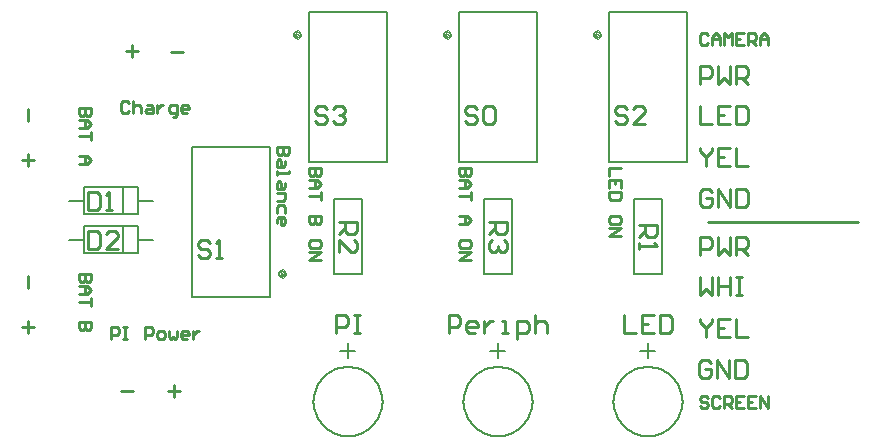
<source format=gto>
G04*
G04 #@! TF.GenerationSoftware,Altium Limited,Altium Designer,21.2.2 (38)*
G04*
G04 Layer_Color=65535*
%FSLAX24Y24*%
%MOIN*%
G70*
G04*
G04 #@! TF.SameCoordinates,143DD886-8BEB-4202-99AC-BBB6EA89E434*
G04*
G04*
G04 #@! TF.FilePolarity,Positive*
G04*
G01*
G75*
%ADD10C,0.0020*%
%ADD11C,0.0079*%
%ADD12C,0.0100*%
D10*
X10381Y5768D02*
X10337Y5844D01*
X10249D01*
X10205Y5768D01*
X10249Y5691D01*
X10337D01*
X10381Y5768D01*
X10337Y5844D01*
X10249D01*
X10205Y5768D01*
X10249Y5691D01*
X10337D01*
X10381Y5768D01*
X10349D02*
X10265Y5816D01*
Y5720D01*
X10349Y5768D01*
X10381D02*
X10337Y5844D01*
X10249D01*
X10205Y5768D01*
X10249Y5691D01*
X10337D01*
X10381Y5768D01*
X10404D02*
X10362Y5855D01*
X10268Y5876D01*
X10193Y5816D01*
Y5719D01*
X10268Y5659D01*
X10362Y5681D01*
X10404Y5768D01*
X10435D02*
X10402Y5859D01*
X10318Y5908D01*
X10222Y5891D01*
X10160Y5816D01*
Y5719D01*
X10222Y5645D01*
X10318Y5628D01*
X10402Y5676D01*
X10435Y5768D01*
X20895Y13732D02*
X20851Y13809D01*
X20763D01*
X20719Y13732D01*
X20763Y13656D01*
X20851D01*
X20895Y13732D01*
X20851Y13809D01*
X20763D01*
X20719Y13732D01*
X20763Y13656D01*
X20851D01*
X20895Y13732D01*
X20863D02*
X20779Y13780D01*
Y13684D01*
X20863Y13732D01*
X20895D02*
X20851Y13809D01*
X20763D01*
X20719Y13732D01*
X20763Y13656D01*
X20851D01*
X20895Y13732D01*
X20918D02*
X20877Y13819D01*
X20782Y13841D01*
X20707Y13781D01*
Y13684D01*
X20782Y13624D01*
X20877Y13645D01*
X20918Y13732D01*
X20949D02*
X20916Y13824D01*
X20832Y13872D01*
X20736Y13855D01*
X20674Y13781D01*
Y13684D01*
X20736Y13609D01*
X20832Y13592D01*
X20916Y13641D01*
X20949Y13732D01*
X10895D02*
X10851Y13809D01*
X10763D01*
X10719Y13732D01*
X10763Y13656D01*
X10851D01*
X10895Y13732D01*
X10851Y13809D01*
X10763D01*
X10719Y13732D01*
X10763Y13656D01*
X10851D01*
X10895Y13732D01*
X10863D02*
X10779Y13780D01*
Y13684D01*
X10863Y13732D01*
X10895D02*
X10851Y13809D01*
X10763D01*
X10719Y13732D01*
X10763Y13656D01*
X10851D01*
X10895Y13732D01*
X10918D02*
X10877Y13819D01*
X10782Y13841D01*
X10707Y13781D01*
Y13684D01*
X10782Y13624D01*
X10877Y13645D01*
X10918Y13732D01*
X10949D02*
X10916Y13824D01*
X10832Y13872D01*
X10736Y13855D01*
X10674Y13781D01*
Y13684D01*
X10736Y13609D01*
X10832Y13592D01*
X10916Y13641D01*
X10949Y13732D01*
X15895D02*
X15851Y13809D01*
X15763D01*
X15719Y13732D01*
X15763Y13656D01*
X15851D01*
X15895Y13732D01*
X15851Y13809D01*
X15763D01*
X15719Y13732D01*
X15763Y13656D01*
X15851D01*
X15895Y13732D01*
X15863D02*
X15779Y13780D01*
Y13684D01*
X15863Y13732D01*
X15895D02*
X15851Y13809D01*
X15763D01*
X15719Y13732D01*
X15763Y13656D01*
X15851D01*
X15895Y13732D01*
X15918D02*
X15877Y13819D01*
X15782Y13841D01*
X15707Y13781D01*
Y13684D01*
X15782Y13624D01*
X15877Y13645D01*
X15918Y13732D01*
X15949D02*
X15916Y13824D01*
X15832Y13872D01*
X15736Y13855D01*
X15674Y13781D01*
Y13684D01*
X15736Y13609D01*
X15832Y13592D01*
X15916Y13641D01*
X15949Y13732D01*
D11*
X23651Y1500D02*
X23646Y1600D01*
X23633Y1700D01*
X23611Y1798D01*
X23581Y1894D01*
X23543Y1986D01*
X23496Y2075D01*
X23443Y2160D01*
X23381Y2240D01*
X23314Y2314D01*
X23240Y2381D01*
X23160Y2443D01*
X23075Y2496D01*
X22986Y2543D01*
X22894Y2581D01*
X22798Y2611D01*
X22700Y2633D01*
X22600Y2646D01*
X22500Y2651D01*
X22400Y2646D01*
X22300Y2633D01*
X22202Y2611D01*
X22106Y2581D01*
X22014Y2543D01*
X21925Y2496D01*
X21840Y2443D01*
X21760Y2381D01*
X21686Y2314D01*
X21619Y2240D01*
X21557Y2160D01*
X21504Y2075D01*
X21457Y1986D01*
X21419Y1894D01*
X21389Y1798D01*
X21367Y1700D01*
X21354Y1600D01*
X21349Y1500D01*
X21354Y1400D01*
X21367Y1300D01*
X21389Y1202D01*
X21419Y1106D01*
X21457Y1014D01*
X21504Y925D01*
X21557Y840D01*
X21619Y760D01*
X21686Y686D01*
X21760Y619D01*
X21840Y557D01*
X21925Y504D01*
X22014Y457D01*
X22106Y419D01*
X22202Y389D01*
X22300Y367D01*
X22400Y354D01*
X22500Y349D01*
X22600Y354D01*
X22700Y367D01*
X22798Y389D01*
X22894Y419D01*
X22986Y457D01*
X23075Y504D01*
X23160Y557D01*
X23240Y619D01*
X23314Y686D01*
X23381Y760D01*
X23443Y840D01*
X23496Y925D01*
X23543Y1014D01*
X23581Y1106D01*
X23611Y1202D01*
X23633Y1300D01*
X23646Y1400D01*
X23651Y1500D01*
X13651D02*
X13646Y1600D01*
X13633Y1700D01*
X13611Y1798D01*
X13581Y1894D01*
X13543Y1986D01*
X13496Y2075D01*
X13443Y2160D01*
X13381Y2240D01*
X13314Y2314D01*
X13240Y2381D01*
X13160Y2443D01*
X13075Y2496D01*
X12986Y2543D01*
X12894Y2581D01*
X12798Y2611D01*
X12700Y2633D01*
X12600Y2646D01*
X12500Y2651D01*
X12400Y2646D01*
X12300Y2633D01*
X12202Y2611D01*
X12106Y2581D01*
X12014Y2543D01*
X11925Y2496D01*
X11840Y2443D01*
X11760Y2381D01*
X11686Y2314D01*
X11619Y2240D01*
X11557Y2160D01*
X11504Y2075D01*
X11457Y1986D01*
X11419Y1894D01*
X11389Y1798D01*
X11367Y1700D01*
X11354Y1600D01*
X11349Y1500D01*
X11354Y1400D01*
X11367Y1300D01*
X11389Y1202D01*
X11419Y1106D01*
X11457Y1014D01*
X11504Y925D01*
X11557Y840D01*
X11619Y760D01*
X11686Y686D01*
X11760Y619D01*
X11840Y557D01*
X11925Y504D01*
X12014Y457D01*
X12106Y419D01*
X12202Y389D01*
X12300Y367D01*
X12400Y354D01*
X12500Y349D01*
X12600Y354D01*
X12700Y367D01*
X12798Y389D01*
X12894Y419D01*
X12986Y457D01*
X13075Y504D01*
X13160Y557D01*
X13240Y619D01*
X13314Y686D01*
X13381Y760D01*
X13443Y840D01*
X13496Y925D01*
X13543Y1014D01*
X13581Y1106D01*
X13611Y1202D01*
X13633Y1300D01*
X13646Y1400D01*
X13651Y1500D01*
X18651D02*
X18646Y1600D01*
X18633Y1700D01*
X18611Y1798D01*
X18581Y1894D01*
X18543Y1986D01*
X18496Y2075D01*
X18443Y2160D01*
X18381Y2240D01*
X18314Y2314D01*
X18240Y2381D01*
X18160Y2443D01*
X18075Y2496D01*
X17986Y2543D01*
X17894Y2581D01*
X17798Y2611D01*
X17700Y2633D01*
X17600Y2646D01*
X17500Y2651D01*
X17400Y2646D01*
X17300Y2633D01*
X17202Y2611D01*
X17106Y2581D01*
X17014Y2543D01*
X16925Y2496D01*
X16840Y2443D01*
X16760Y2381D01*
X16686Y2314D01*
X16619Y2240D01*
X16557Y2160D01*
X16504Y2075D01*
X16457Y1986D01*
X16419Y1894D01*
X16389Y1798D01*
X16367Y1700D01*
X16354Y1600D01*
X16349Y1500D01*
X16354Y1400D01*
X16367Y1300D01*
X16389Y1202D01*
X16419Y1106D01*
X16457Y1014D01*
X16504Y925D01*
X16557Y840D01*
X16619Y760D01*
X16686Y686D01*
X16760Y619D01*
X16840Y557D01*
X16925Y504D01*
X17014Y457D01*
X17106Y419D01*
X17202Y389D01*
X17300Y367D01*
X17400Y354D01*
X17500Y349D01*
X17600Y354D01*
X17700Y367D01*
X17798Y389D01*
X17894Y419D01*
X17986Y457D01*
X18075Y504D01*
X18160Y557D01*
X18240Y619D01*
X18314Y686D01*
X18381Y760D01*
X18443Y840D01*
X18496Y925D01*
X18543Y1014D01*
X18581Y1106D01*
X18611Y1202D01*
X18633Y1300D01*
X18646Y1400D01*
X18651Y1500D01*
X9899Y5000D02*
Y10000D01*
X7301D02*
X9899D01*
X7301Y5000D02*
Y10000D01*
Y5000D02*
X9899D01*
X22028Y5760D02*
X22972D01*
X22028D02*
Y8240D01*
X22972Y5760D02*
Y8240D01*
X22028D02*
X22972D01*
X3685Y6437D02*
X5515D01*
Y7363D01*
X3685D02*
X5515D01*
X3685Y6437D02*
Y7363D01*
X3185Y6900D02*
X3685D01*
X5515D02*
X6015D01*
X5015Y6437D02*
Y7363D01*
X3685Y7737D02*
X5515D01*
Y8663D01*
X3685D02*
X5515D01*
X3685Y7737D02*
Y8663D01*
X3185Y8200D02*
X3685D01*
X5515D02*
X6015D01*
X5015Y7737D02*
Y8663D01*
X22250Y3200D02*
X22750D01*
X22500Y2950D02*
Y3450D01*
X21201Y9500D02*
Y14500D01*
Y9500D02*
X23799D01*
Y14500D01*
X21201D02*
X23799D01*
X11201Y9500D02*
Y14500D01*
Y9500D02*
X13799D01*
Y14500D01*
X11201D02*
X13799D01*
X16201Y9500D02*
Y14500D01*
Y9500D02*
X18799D01*
Y14500D01*
X16201D02*
X18799D01*
X12250Y3200D02*
X12750D01*
X12500Y2950D02*
Y3450D01*
X17250Y3200D02*
X17750D01*
X17500Y2950D02*
Y3450D01*
X12028Y5760D02*
X12972D01*
X12028D02*
Y8240D01*
X12972Y5760D02*
Y8240D01*
X12028D02*
X12972D01*
X17028Y5760D02*
X17972D01*
X17028D02*
Y8240D01*
X17972Y5760D02*
Y8240D01*
X17028D02*
X17972D01*
D12*
X24500Y7500D02*
X29500D01*
X21700Y4400D02*
Y3800D01*
X22100D01*
X22700Y4400D02*
X22300D01*
Y3800D01*
X22700D01*
X22300Y4100D02*
X22500D01*
X22900Y4400D02*
Y3800D01*
X23200D01*
X23300Y3900D01*
Y4300D01*
X23200Y4400D01*
X22900D01*
X24517Y1633D02*
X24450Y1700D01*
X24317D01*
X24250Y1633D01*
Y1567D01*
X24317Y1500D01*
X24450D01*
X24517Y1433D01*
Y1367D01*
X24450Y1300D01*
X24317D01*
X24250Y1367D01*
X24916Y1633D02*
X24850Y1700D01*
X24717D01*
X24650Y1633D01*
Y1367D01*
X24717Y1300D01*
X24850D01*
X24916Y1367D01*
X25050Y1300D02*
Y1700D01*
X25250D01*
X25316Y1633D01*
Y1500D01*
X25250Y1433D01*
X25050D01*
X25183D02*
X25316Y1300D01*
X25716Y1700D02*
X25450D01*
Y1300D01*
X25716D01*
X25450Y1500D02*
X25583D01*
X26116Y1700D02*
X25849D01*
Y1300D01*
X26116D01*
X25849Y1500D02*
X25983D01*
X26249Y1300D02*
Y1700D01*
X26516Y1300D01*
Y1700D01*
X24517Y13733D02*
X24450Y13800D01*
X24317D01*
X24250Y13733D01*
Y13467D01*
X24317Y13400D01*
X24450D01*
X24517Y13467D01*
X24650Y13400D02*
Y13667D01*
X24783Y13800D01*
X24916Y13667D01*
Y13400D01*
Y13600D01*
X24650D01*
X25050Y13400D02*
Y13800D01*
X25183Y13667D01*
X25316Y13800D01*
Y13400D01*
X25716Y13800D02*
X25450D01*
Y13400D01*
X25716D01*
X25450Y13600D02*
X25583D01*
X25849Y13400D02*
Y13800D01*
X26049D01*
X26116Y13733D01*
Y13600D01*
X26049Y13533D01*
X25849D01*
X25983D02*
X26116Y13400D01*
X26249D02*
Y13667D01*
X26383Y13800D01*
X26516Y13667D01*
Y13400D01*
Y13600D01*
X26249D01*
X10550Y10000D02*
X10150D01*
Y9800D01*
X10217Y9733D01*
X10283D01*
X10350Y9800D01*
Y10000D01*
Y9800D01*
X10417Y9733D01*
X10483D01*
X10550Y9800D01*
Y10000D01*
X10417Y9533D02*
Y9400D01*
X10350Y9334D01*
X10150D01*
Y9533D01*
X10217Y9600D01*
X10283Y9533D01*
Y9334D01*
X10150Y9200D02*
Y9067D01*
Y9134D01*
X10550D01*
Y9200D01*
X10417Y8800D02*
Y8667D01*
X10350Y8600D01*
X10150D01*
Y8800D01*
X10217Y8867D01*
X10283Y8800D01*
Y8600D01*
X10150Y8467D02*
X10417D01*
Y8267D01*
X10350Y8201D01*
X10150D01*
X10417Y7801D02*
Y8001D01*
X10350Y8067D01*
X10217D01*
X10150Y8001D01*
Y7801D01*
Y7467D02*
Y7601D01*
X10217Y7667D01*
X10350D01*
X10417Y7601D01*
Y7467D01*
X10350Y7401D01*
X10283D01*
Y7667D01*
X21600Y9300D02*
X21200D01*
Y9033D01*
X21600Y8634D02*
Y8900D01*
X21200D01*
Y8634D01*
X21400Y8900D02*
Y8767D01*
X21600Y8500D02*
X21200D01*
Y8300D01*
X21267Y8234D01*
X21533D01*
X21600Y8300D01*
Y8500D01*
Y7501D02*
Y7634D01*
X21533Y7701D01*
X21267D01*
X21200Y7634D01*
Y7501D01*
X21267Y7434D01*
X21533D01*
X21600Y7501D01*
X21200Y7301D02*
X21600D01*
X21200Y7034D01*
X21600D01*
X16600Y9300D02*
X16200D01*
Y9100D01*
X16267Y9033D01*
X16333D01*
X16400Y9100D01*
Y9300D01*
Y9100D01*
X16467Y9033D01*
X16533D01*
X16600Y9100D01*
Y9300D01*
X16200Y8900D02*
X16467D01*
X16600Y8767D01*
X16467Y8634D01*
X16200D01*
X16400D01*
Y8900D01*
X16600Y8500D02*
Y8234D01*
Y8367D01*
X16200D01*
Y7701D02*
X16467D01*
X16600Y7567D01*
X16467Y7434D01*
X16200D01*
X16400D01*
Y7701D01*
X16600Y6701D02*
Y6834D01*
X16533Y6901D01*
X16267D01*
X16200Y6834D01*
Y6701D01*
X16267Y6634D01*
X16533D01*
X16600Y6701D01*
X16200Y6501D02*
X16600D01*
X16200Y6234D01*
X16600D01*
X11600Y9300D02*
X11200D01*
Y9100D01*
X11267Y9033D01*
X11333D01*
X11400Y9100D01*
Y9300D01*
Y9100D01*
X11467Y9033D01*
X11533D01*
X11600Y9100D01*
Y9300D01*
X11200Y8900D02*
X11467D01*
X11600Y8767D01*
X11467Y8634D01*
X11200D01*
X11400D01*
Y8900D01*
X11600Y8500D02*
Y8234D01*
Y8367D01*
X11200D01*
X11600Y7701D02*
X11200D01*
Y7501D01*
X11267Y7434D01*
X11333D01*
X11400Y7501D01*
Y7701D01*
Y7501D01*
X11467Y7434D01*
X11533D01*
X11600Y7501D01*
Y7701D01*
Y6701D02*
Y6834D01*
X11533Y6901D01*
X11267D01*
X11200Y6834D01*
Y6701D01*
X11267Y6634D01*
X11533D01*
X11600Y6701D01*
X11200Y6501D02*
X11600D01*
X11200Y6234D01*
X11600D01*
X6500Y1850D02*
X6900D01*
X6700Y2050D02*
Y1650D01*
X1650Y4000D02*
X2050D01*
X1850Y4200D02*
Y3800D01*
X1650Y9550D02*
X2050D01*
X1850Y9750D02*
Y9350D01*
X4950Y1850D02*
X5350D01*
X1850Y5300D02*
Y5700D01*
Y10850D02*
Y11250D01*
X6600Y13150D02*
X7000D01*
X5100Y13200D02*
X5500D01*
X5300Y13400D02*
Y13000D01*
X24600Y2800D02*
X24500Y2900D01*
X24300D01*
X24200Y2800D01*
Y2400D01*
X24300Y2300D01*
X24500D01*
X24600Y2400D01*
Y2600D01*
X24400D01*
X24800Y2300D02*
Y2900D01*
X25200Y2300D01*
Y2900D01*
X25400D02*
Y2300D01*
X25700D01*
X25799Y2400D01*
Y2800D01*
X25700Y2900D01*
X25400D01*
X24250Y4250D02*
Y4150D01*
X24450Y3950D01*
X24650Y4150D01*
Y4250D01*
X24450Y3950D02*
Y3650D01*
X25250Y4250D02*
X24850D01*
Y3650D01*
X25250D01*
X24850Y3950D02*
X25050D01*
X25450Y4250D02*
Y3650D01*
X25849D01*
X24250Y5650D02*
Y5050D01*
X24450Y5250D01*
X24650Y5050D01*
Y5650D01*
X24850D02*
Y5050D01*
Y5350D01*
X25250D01*
Y5650D01*
Y5050D01*
X25450Y5650D02*
X25650D01*
X25550D01*
Y5050D01*
X25450D01*
X25650D01*
X24250Y6400D02*
Y7000D01*
X24550D01*
X24650Y6900D01*
Y6700D01*
X24550Y6600D01*
X24250D01*
X24850Y7000D02*
Y6400D01*
X25050Y6600D01*
X25250Y6400D01*
Y7000D01*
X25450Y6400D02*
Y7000D01*
X25750D01*
X25849Y6900D01*
Y6700D01*
X25750Y6600D01*
X25450D01*
X25650D02*
X25849Y6400D01*
X24650Y8500D02*
X24550Y8600D01*
X24350D01*
X24250Y8500D01*
Y8100D01*
X24350Y8000D01*
X24550D01*
X24650Y8100D01*
Y8300D01*
X24450D01*
X24850Y8000D02*
Y8600D01*
X25250Y8000D01*
Y8600D01*
X25450D02*
Y8000D01*
X25750D01*
X25849Y8100D01*
Y8500D01*
X25750Y8600D01*
X25450D01*
X24250Y9950D02*
Y9850D01*
X24450Y9650D01*
X24650Y9850D01*
Y9950D01*
X24450Y9650D02*
Y9350D01*
X25250Y9950D02*
X24850D01*
Y9350D01*
X25250D01*
X24850Y9650D02*
X25050D01*
X25450Y9950D02*
Y9350D01*
X25849D01*
X24250Y11350D02*
Y10750D01*
X24650D01*
X25250Y11350D02*
X24850D01*
Y10750D01*
X25250D01*
X24850Y11050D02*
X25050D01*
X25450Y11350D02*
Y10750D01*
X25750D01*
X25849Y10850D01*
Y11250D01*
X25750Y11350D01*
X25450D01*
X24250Y12100D02*
Y12700D01*
X24550D01*
X24650Y12600D01*
Y12400D01*
X24550Y12300D01*
X24250D01*
X24850Y12700D02*
Y12100D01*
X25050Y12300D01*
X25250Y12100D01*
Y12700D01*
X25450Y12100D02*
Y12700D01*
X25750D01*
X25849Y12600D01*
Y12400D01*
X25750Y12300D01*
X25450D01*
X25650D02*
X25849Y12100D01*
X5217Y11467D02*
X5150Y11533D01*
X5017D01*
X4950Y11467D01*
Y11200D01*
X5017Y11133D01*
X5150D01*
X5217Y11200D01*
X5350Y11533D02*
Y11133D01*
Y11333D01*
X5417Y11400D01*
X5550D01*
X5616Y11333D01*
Y11133D01*
X5816Y11400D02*
X5950D01*
X6016Y11333D01*
Y11133D01*
X5816D01*
X5750Y11200D01*
X5816Y11267D01*
X6016D01*
X6150Y11400D02*
Y11133D01*
Y11267D01*
X6216Y11333D01*
X6283Y11400D01*
X6350D01*
X6683Y11000D02*
X6749D01*
X6816Y11067D01*
Y11400D01*
X6616D01*
X6549Y11333D01*
Y11200D01*
X6616Y11133D01*
X6816D01*
X7149D02*
X7016D01*
X6949Y11200D01*
Y11333D01*
X7016Y11400D01*
X7149D01*
X7216Y11333D01*
Y11267D01*
X6949D01*
X4600Y3600D02*
Y4000D01*
X4800D01*
X4867Y3933D01*
Y3800D01*
X4800Y3733D01*
X4600D01*
X5000Y4000D02*
X5133D01*
X5067D01*
Y3600D01*
X5000D01*
X5133D01*
X5733D02*
Y4000D01*
X5933D01*
X6000Y3933D01*
Y3800D01*
X5933Y3733D01*
X5733D01*
X6199Y3600D02*
X6333D01*
X6399Y3667D01*
Y3800D01*
X6333Y3867D01*
X6199D01*
X6133Y3800D01*
Y3667D01*
X6199Y3600D01*
X6533Y3867D02*
Y3667D01*
X6599Y3600D01*
X6666Y3667D01*
X6733Y3600D01*
X6799Y3667D01*
Y3867D01*
X7133Y3600D02*
X6999D01*
X6933Y3667D01*
Y3800D01*
X6999Y3867D01*
X7133D01*
X7199Y3800D01*
Y3733D01*
X6933D01*
X7332Y3867D02*
Y3600D01*
Y3733D01*
X7399Y3800D01*
X7466Y3867D01*
X7532D01*
X3950Y5750D02*
X3550D01*
Y5550D01*
X3617Y5483D01*
X3683D01*
X3750Y5550D01*
Y5750D01*
Y5550D01*
X3817Y5483D01*
X3883D01*
X3950Y5550D01*
Y5750D01*
X3550Y5350D02*
X3817D01*
X3950Y5217D01*
X3817Y5084D01*
X3550D01*
X3750D01*
Y5350D01*
X3950Y4950D02*
Y4684D01*
Y4817D01*
X3550D01*
X3950Y4151D02*
X3550D01*
Y3951D01*
X3617Y3884D01*
X3683D01*
X3750Y3951D01*
Y4151D01*
Y3951D01*
X3817Y3884D01*
X3883D01*
X3950Y3951D01*
Y4151D01*
Y11300D02*
X3550D01*
Y11100D01*
X3617Y11033D01*
X3683D01*
X3750Y11100D01*
Y11300D01*
Y11100D01*
X3817Y11033D01*
X3883D01*
X3950Y11100D01*
Y11300D01*
X3550Y10900D02*
X3817D01*
X3950Y10767D01*
X3817Y10634D01*
X3550D01*
X3750D01*
Y10900D01*
X3950Y10500D02*
Y10234D01*
Y10367D01*
X3550D01*
Y9701D02*
X3817D01*
X3950Y9567D01*
X3817Y9434D01*
X3550D01*
X3750D01*
Y9701D01*
X11800Y11250D02*
X11700Y11350D01*
X11500D01*
X11400Y11250D01*
Y11150D01*
X11500Y11050D01*
X11700D01*
X11800Y10950D01*
Y10850D01*
X11700Y10750D01*
X11500D01*
X11400Y10850D01*
X12000Y11250D02*
X12100Y11350D01*
X12300D01*
X12400Y11250D01*
Y11150D01*
X12300Y11050D01*
X12200D01*
X12300D01*
X12400Y10950D01*
Y10850D01*
X12300Y10750D01*
X12100D01*
X12000Y10850D01*
X7900Y6800D02*
X7800Y6900D01*
X7600D01*
X7500Y6800D01*
Y6700D01*
X7600Y6600D01*
X7800D01*
X7900Y6500D01*
Y6400D01*
X7800Y6300D01*
X7600D01*
X7500Y6400D01*
X8100Y6300D02*
X8300D01*
X8200D01*
Y6900D01*
X8100Y6800D01*
X22200Y7400D02*
X22800D01*
Y7100D01*
X22700Y7000D01*
X22500D01*
X22400Y7100D01*
Y7400D01*
Y7200D02*
X22200Y7000D01*
Y6800D02*
Y6600D01*
Y6700D01*
X22800D01*
X22700Y6800D01*
X3850Y7200D02*
Y6600D01*
X4150D01*
X4250Y6700D01*
Y7100D01*
X4150Y7200D01*
X3850D01*
X4850Y6600D02*
X4450D01*
X4850Y7000D01*
Y7100D01*
X4750Y7200D01*
X4550D01*
X4450Y7100D01*
X3850Y8500D02*
Y7900D01*
X4150D01*
X4250Y8000D01*
Y8400D01*
X4150Y8500D01*
X3850D01*
X4450Y7900D02*
X4650D01*
X4550D01*
Y8500D01*
X4450Y8400D01*
X21800Y11250D02*
X21700Y11350D01*
X21500D01*
X21400Y11250D01*
Y11150D01*
X21500Y11050D01*
X21700D01*
X21800Y10950D01*
Y10850D01*
X21700Y10750D01*
X21500D01*
X21400Y10850D01*
X22400Y10750D02*
X22000D01*
X22400Y11150D01*
Y11250D01*
X22300Y11350D01*
X22100D01*
X22000Y11250D01*
X16800Y11250D02*
X16700Y11350D01*
X16500D01*
X16400Y11250D01*
Y11150D01*
X16500Y11050D01*
X16700D01*
X16800Y10950D01*
Y10850D01*
X16700Y10750D01*
X16500D01*
X16400Y10850D01*
X17000Y11250D02*
X17100Y11350D01*
X17300D01*
X17400Y11250D01*
Y10850D01*
X17300Y10750D01*
X17100D01*
X17000Y10850D01*
Y11250D01*
X12100Y3800D02*
Y4400D01*
X12400D01*
X12500Y4300D01*
Y4100D01*
X12400Y4000D01*
X12100D01*
X12700Y4400D02*
X12900D01*
X12800D01*
Y3800D01*
X12700D01*
X12900D01*
X15851Y3800D02*
Y4400D01*
X16150D01*
X16250Y4300D01*
Y4100D01*
X16150Y4000D01*
X15851D01*
X16750Y3800D02*
X16550D01*
X16450Y3900D01*
Y4100D01*
X16550Y4200D01*
X16750D01*
X16850Y4100D01*
Y4000D01*
X16450D01*
X17050Y4200D02*
Y3800D01*
Y4000D01*
X17150Y4100D01*
X17250Y4200D01*
X17350D01*
X17650Y3800D02*
X17850D01*
X17750D01*
Y4200D01*
X17650D01*
X18150Y3600D02*
Y4200D01*
X18450D01*
X18550Y4100D01*
Y3900D01*
X18450Y3800D01*
X18150D01*
X18750Y4400D02*
Y3800D01*
Y4100D01*
X18850Y4200D01*
X19050D01*
X19149Y4100D01*
Y3800D01*
X12200Y7500D02*
X12800D01*
Y7200D01*
X12700Y7100D01*
X12500D01*
X12400Y7200D01*
Y7500D01*
Y7300D02*
X12200Y7100D01*
Y6500D02*
Y6900D01*
X12600Y6500D01*
X12700D01*
X12800Y6600D01*
Y6800D01*
X12700Y6900D01*
X17200Y7500D02*
X17800D01*
Y7200D01*
X17700Y7100D01*
X17500D01*
X17400Y7200D01*
Y7500D01*
Y7300D02*
X17200Y7100D01*
X17700Y6900D02*
X17800Y6800D01*
Y6600D01*
X17700Y6500D01*
X17600D01*
X17500Y6600D01*
Y6700D01*
Y6600D01*
X17400Y6500D01*
X17300D01*
X17200Y6600D01*
Y6800D01*
X17300Y6900D01*
M02*

</source>
